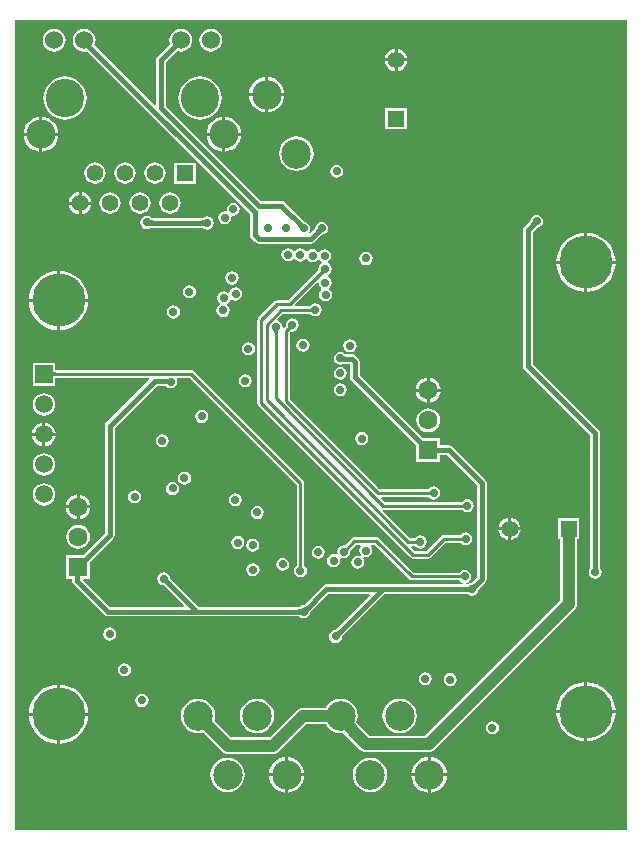
<source format=gbl>
G04*
G04 #@! TF.GenerationSoftware,Altium Limited,Altium Designer,20.0.13 (296)*
G04*
G04 Layer_Physical_Order=4*
G04 Layer_Color=16711680*
%FSLAX44Y44*%
%MOMM*%
G71*
G01*
G75*
%ADD15C,0.2540*%
%ADD80C,0.4000*%
%ADD82C,1.0000*%
%ADD83C,2.5000*%
%ADD84C,1.6000*%
%ADD85R,1.6000X1.6000*%
%ADD86C,4.5000*%
%ADD87C,1.4000*%
%ADD88R,1.4000X1.4000*%
%ADD89R,1.4000X1.4000*%
%ADD90C,3.2500*%
%ADD91C,2.4450*%
%ADD92C,1.5300*%
%ADD93C,1.3980*%
%ADD94R,1.3980X1.3980*%
%ADD95C,1.5000*%
%ADD96R,1.5000X1.5000*%
%ADD97C,0.8000*%
%ADD98C,0.7000*%
G36*
X521432Y3569D02*
X3569D01*
X3568Y689432D01*
X521431D01*
X521432Y3569D01*
D02*
G37*
%LPC*%
G36*
X169000Y681733D02*
X166481Y681402D01*
X164133Y680429D01*
X162118Y678882D01*
X160571Y676867D01*
X159598Y674519D01*
X159267Y672000D01*
X159598Y669481D01*
X160571Y667133D01*
X162118Y665117D01*
X164133Y663571D01*
X166481Y662598D01*
X169000Y662267D01*
X171519Y662598D01*
X173867Y663571D01*
X175882Y665117D01*
X177429Y667133D01*
X178402Y669481D01*
X178733Y672000D01*
X178402Y674519D01*
X177429Y676867D01*
X175882Y678882D01*
X173867Y680429D01*
X171519Y681402D01*
X169000Y681733D01*
D02*
G37*
G36*
X36500D02*
X33981Y681402D01*
X31633Y680429D01*
X29617Y678882D01*
X28071Y676867D01*
X27098Y674519D01*
X26767Y672000D01*
X27098Y669481D01*
X28071Y667133D01*
X29617Y665117D01*
X31633Y663571D01*
X33981Y662598D01*
X36500Y662267D01*
X39019Y662598D01*
X41366Y663571D01*
X43382Y665117D01*
X44929Y667133D01*
X45901Y669481D01*
X46233Y672000D01*
X45901Y674519D01*
X44929Y676867D01*
X43382Y678882D01*
X41366Y680429D01*
X39019Y681402D01*
X36500Y681733D01*
D02*
G37*
G36*
X327270Y664955D02*
Y656770D01*
X335455D01*
X335294Y657990D01*
X334333Y660311D01*
X332804Y662304D01*
X330811Y663833D01*
X328490Y664794D01*
X327270Y664955D01*
D02*
G37*
G36*
X324730D02*
X323509Y664794D01*
X321189Y663833D01*
X319196Y662304D01*
X317667Y660311D01*
X316705Y657990D01*
X316545Y656770D01*
X324730D01*
Y664955D01*
D02*
G37*
G36*
X335455Y654230D02*
X327270D01*
Y646045D01*
X328490Y646206D01*
X330811Y647167D01*
X332804Y648696D01*
X334333Y650689D01*
X335294Y653010D01*
X335455Y654230D01*
D02*
G37*
G36*
X324730D02*
X316545D01*
X316705Y653010D01*
X317667Y650689D01*
X319196Y648696D01*
X321189Y647167D01*
X323509Y646206D01*
X324730Y646045D01*
Y654230D01*
D02*
G37*
G36*
X217770Y640988D02*
Y627270D01*
X231488D01*
X231322Y628948D01*
X230462Y631783D01*
X229066Y634396D01*
X227186Y636686D01*
X224896Y638566D01*
X222283Y639962D01*
X219448Y640822D01*
X217770Y640988D01*
D02*
G37*
G36*
X215230D02*
X213552Y640822D01*
X210717Y639962D01*
X208104Y638566D01*
X205814Y636686D01*
X203934Y634396D01*
X202538Y631783D01*
X201678Y628948D01*
X201512Y627270D01*
X215230D01*
Y640988D01*
D02*
G37*
G36*
X143600Y681733D02*
X141081Y681402D01*
X138733Y680429D01*
X136718Y678882D01*
X135171Y676867D01*
X134198Y674519D01*
X133867Y672000D01*
X134198Y669481D01*
X134525Y668692D01*
X123866Y658034D01*
X122982Y656711D01*
X122672Y655150D01*
X122672Y655150D01*
Y617255D01*
X121498Y616769D01*
X70565Y667703D01*
X71301Y669481D01*
X71633Y672000D01*
X71301Y674519D01*
X70329Y676867D01*
X68782Y678882D01*
X66766Y680429D01*
X64419Y681402D01*
X61900Y681733D01*
X59381Y681402D01*
X57033Y680429D01*
X55017Y678882D01*
X53471Y676867D01*
X52498Y674519D01*
X52167Y672000D01*
X52498Y669481D01*
X53471Y667133D01*
X55017Y665117D01*
X57033Y663571D01*
X59381Y662598D01*
X61900Y662267D01*
X64167Y662565D01*
X202172Y524561D01*
Y507250D01*
X202172Y507250D01*
X202482Y505689D01*
X203366Y504366D01*
X206866Y500866D01*
X206866Y500866D01*
X208189Y499982D01*
X209750Y499672D01*
X209750Y499672D01*
X254000D01*
X254000Y499672D01*
X255560Y499982D01*
X256884Y500866D01*
X263007Y506990D01*
X263178Y507134D01*
X263261Y507194D01*
X265146Y507569D01*
X266965Y508785D01*
X268181Y510604D01*
X268608Y512750D01*
X268181Y514896D01*
X266965Y516715D01*
X265146Y517931D01*
X263000Y518358D01*
X260854Y517931D01*
X259035Y516715D01*
X257819Y514896D01*
X257444Y513011D01*
X257394Y512943D01*
X257183Y512700D01*
X253194Y508712D01*
X252208Y509522D01*
X252931Y510604D01*
X253358Y512750D01*
X252931Y514896D01*
X251715Y516715D01*
X249896Y517931D01*
X248011Y518306D01*
X247943Y518356D01*
X247700Y518567D01*
X231634Y534634D01*
X230311Y535518D01*
X228750Y535828D01*
X228750Y535828D01*
X211189D01*
X130828Y616189D01*
Y653461D01*
X140293Y662925D01*
X141081Y662598D01*
X143600Y662267D01*
X146119Y662598D01*
X148467Y663571D01*
X150482Y665117D01*
X152029Y667133D01*
X153001Y669481D01*
X153333Y672000D01*
X153001Y674519D01*
X152029Y676867D01*
X150482Y678882D01*
X148467Y680429D01*
X146119Y681402D01*
X143600Y681733D01*
D02*
G37*
G36*
X215230Y624730D02*
X201512D01*
X201678Y623052D01*
X202538Y620217D01*
X203934Y617604D01*
X205814Y615314D01*
X208104Y613434D01*
X210717Y612038D01*
X213552Y611178D01*
X215230Y611012D01*
Y624730D01*
D02*
G37*
G36*
X231488D02*
X217770D01*
Y611012D01*
X219448Y611178D01*
X222283Y612038D01*
X224896Y613434D01*
X227186Y615314D01*
X229066Y617604D01*
X230462Y620217D01*
X231322Y623052D01*
X231488Y624730D01*
D02*
G37*
G36*
X159900Y641339D02*
X156322Y640986D01*
X152882Y639943D01*
X149712Y638248D01*
X146933Y635967D01*
X144652Y633188D01*
X142958Y630018D01*
X141914Y626578D01*
X141562Y623000D01*
X141914Y619423D01*
X142958Y615983D01*
X144652Y612812D01*
X146933Y610033D01*
X149712Y607752D01*
X152882Y606058D01*
X156322Y605014D01*
X159900Y604662D01*
X163478Y605014D01*
X166918Y606058D01*
X170088Y607752D01*
X172867Y610033D01*
X175148Y612812D01*
X176842Y615983D01*
X177886Y619423D01*
X178238Y623000D01*
X177886Y626578D01*
X176842Y630018D01*
X175148Y633188D01*
X172867Y635967D01*
X170088Y638248D01*
X166918Y639943D01*
X163478Y640986D01*
X159900Y641339D01*
D02*
G37*
G36*
X45600D02*
X42023Y640986D01*
X38582Y639943D01*
X35412Y638248D01*
X32633Y635967D01*
X30352Y633188D01*
X28658Y630018D01*
X27614Y626578D01*
X27262Y623000D01*
X27614Y619423D01*
X28658Y615983D01*
X30352Y612812D01*
X32633Y610033D01*
X35412Y607752D01*
X38582Y606058D01*
X42023Y605014D01*
X45600Y604662D01*
X49178Y605014D01*
X52618Y606058D01*
X55788Y607752D01*
X58567Y610033D01*
X60848Y612812D01*
X62543Y615983D01*
X63586Y619423D01*
X63938Y623000D01*
X63586Y626578D01*
X62543Y630018D01*
X60848Y633188D01*
X58567Y635967D01*
X55788Y638248D01*
X52618Y639943D01*
X49178Y640986D01*
X45600Y641339D01*
D02*
G37*
G36*
X335000Y614500D02*
X317000D01*
Y596500D01*
X335000D01*
Y614500D01*
D02*
G37*
G36*
X181470Y607211D02*
Y593770D01*
X194911D01*
X194751Y595394D01*
X193907Y598178D01*
X192536Y600743D01*
X190691Y602991D01*
X188442Y604836D01*
X185877Y606207D01*
X183094Y607051D01*
X181470Y607211D01*
D02*
G37*
G36*
X26570D02*
Y593770D01*
X40011D01*
X39851Y595394D01*
X39007Y598178D01*
X37636Y600743D01*
X35791Y602991D01*
X33543Y604836D01*
X30978Y606207D01*
X28194Y607051D01*
X26570Y607211D01*
D02*
G37*
G36*
X24030D02*
X22406Y607051D01*
X19622Y606207D01*
X17057Y604836D01*
X14809Y602991D01*
X12964Y600743D01*
X11593Y598178D01*
X10749Y595394D01*
X10589Y593770D01*
X24030D01*
Y607211D01*
D02*
G37*
G36*
X178930D02*
X177305Y607051D01*
X174522Y606207D01*
X171957Y604836D01*
X169709Y602991D01*
X167864Y600743D01*
X166493Y598178D01*
X165648Y595394D01*
X165488Y593770D01*
X178930D01*
Y607211D01*
D02*
G37*
G36*
X194911Y591230D02*
X181470D01*
Y577789D01*
X183094Y577949D01*
X185877Y578793D01*
X188442Y580164D01*
X190691Y582009D01*
X192536Y584257D01*
X193907Y586822D01*
X194751Y589605D01*
X194911Y591230D01*
D02*
G37*
G36*
X40011D02*
X26570D01*
Y577789D01*
X28194Y577949D01*
X30978Y578793D01*
X33543Y580164D01*
X35791Y582009D01*
X37636Y584257D01*
X39007Y586822D01*
X39851Y589605D01*
X40011Y591230D01*
D02*
G37*
G36*
X178930D02*
X165488D01*
X165648Y589605D01*
X166493Y586822D01*
X167864Y584257D01*
X169709Y582009D01*
X171957Y580164D01*
X174522Y578793D01*
X177305Y577949D01*
X178930Y577789D01*
Y591230D01*
D02*
G37*
G36*
X24030D02*
X10589D01*
X10749Y589605D01*
X11593Y586822D01*
X12964Y584257D01*
X14809Y582009D01*
X17057Y580164D01*
X19622Y578793D01*
X22406Y577949D01*
X24030Y577789D01*
Y591230D01*
D02*
G37*
G36*
X241500Y590625D02*
X237715Y590127D01*
X234187Y588666D01*
X231159Y586342D01*
X228834Y583312D01*
X227373Y579785D01*
X226875Y576000D01*
X227373Y572215D01*
X228834Y568687D01*
X231159Y565658D01*
X234187Y563334D01*
X237715Y561873D01*
X241500Y561375D01*
X245285Y561873D01*
X248813Y563334D01*
X251842Y565658D01*
X254166Y568687D01*
X255627Y572215D01*
X256125Y576000D01*
X255627Y579785D01*
X254166Y583312D01*
X251842Y586342D01*
X248813Y588666D01*
X245285Y590127D01*
X241500Y590625D01*
D02*
G37*
G36*
X275750Y566608D02*
X273604Y566181D01*
X271785Y564965D01*
X270569Y563146D01*
X270142Y561000D01*
X270569Y558854D01*
X271785Y557035D01*
X273604Y555819D01*
X275750Y555392D01*
X277896Y555819D01*
X279715Y557035D01*
X280931Y558854D01*
X281358Y561000D01*
X280931Y563146D01*
X279715Y564965D01*
X277896Y566181D01*
X275750Y566608D01*
D02*
G37*
G36*
X156240Y568490D02*
X138260D01*
Y550510D01*
X156240D01*
Y568490D01*
D02*
G37*
G36*
X121850Y568568D02*
X119503Y568259D01*
X117316Y567353D01*
X115438Y565912D01*
X113997Y564034D01*
X113091Y561847D01*
X112782Y559500D01*
X113091Y557153D01*
X113997Y554966D01*
X115438Y553088D01*
X117316Y551647D01*
X119503Y550742D01*
X121850Y550433D01*
X124197Y550742D01*
X126384Y551647D01*
X128262Y553088D01*
X129703Y554966D01*
X130609Y557153D01*
X130918Y559500D01*
X130609Y561847D01*
X129703Y564034D01*
X128262Y565912D01*
X126384Y567353D01*
X124197Y568259D01*
X121850Y568568D01*
D02*
G37*
G36*
X96450D02*
X94103Y568259D01*
X91916Y567353D01*
X90038Y565912D01*
X88597Y564034D01*
X87691Y561847D01*
X87382Y559500D01*
X87691Y557153D01*
X88597Y554966D01*
X90038Y553088D01*
X91916Y551647D01*
X94103Y550742D01*
X96450Y550433D01*
X98797Y550742D01*
X100984Y551647D01*
X102862Y553088D01*
X104303Y554966D01*
X105209Y557153D01*
X105518Y559500D01*
X105209Y561847D01*
X104303Y564034D01*
X102862Y565912D01*
X100984Y567353D01*
X98797Y568259D01*
X96450Y568568D01*
D02*
G37*
G36*
X71050D02*
X68703Y568259D01*
X66516Y567353D01*
X64638Y565912D01*
X63197Y564034D01*
X62291Y561847D01*
X61982Y559500D01*
X62291Y557153D01*
X63197Y554966D01*
X64638Y553088D01*
X66516Y551647D01*
X68703Y550742D01*
X71050Y550433D01*
X73397Y550742D01*
X75584Y551647D01*
X77462Y553088D01*
X78903Y554966D01*
X79809Y557153D01*
X80118Y559500D01*
X79809Y561847D01*
X78903Y564034D01*
X77462Y565912D01*
X75584Y567353D01*
X73397Y568259D01*
X71050Y568568D01*
D02*
G37*
G36*
X59620Y543545D02*
Y535370D01*
X67795D01*
X67635Y536588D01*
X66674Y538906D01*
X65147Y540897D01*
X63156Y542425D01*
X60838Y543385D01*
X59620Y543545D01*
D02*
G37*
G36*
X57080D02*
X55862Y543385D01*
X53544Y542425D01*
X51553Y540897D01*
X50026Y538906D01*
X49065Y536588D01*
X48905Y535370D01*
X57080D01*
Y543545D01*
D02*
G37*
G36*
X188071Y534429D02*
X185925Y534002D01*
X184106Y532786D01*
X182890Y530967D01*
X182463Y528821D01*
X182604Y528116D01*
X181706Y527218D01*
X181000Y527358D01*
X178854Y526931D01*
X177035Y525715D01*
X175819Y523896D01*
X175392Y521750D01*
X175819Y519604D01*
X177035Y517785D01*
X178854Y516569D01*
X181000Y516143D01*
X183146Y516569D01*
X184965Y517785D01*
X186181Y519604D01*
X186608Y521750D01*
X186467Y522456D01*
X187365Y523354D01*
X188071Y523213D01*
X190217Y523640D01*
X192036Y524856D01*
X193252Y526675D01*
X193679Y528821D01*
X193252Y530967D01*
X192036Y532786D01*
X190217Y534002D01*
X188071Y534429D01*
D02*
G37*
G36*
X134550Y543168D02*
X132203Y542859D01*
X130016Y541953D01*
X128138Y540512D01*
X126697Y538634D01*
X125791Y536447D01*
X125482Y534100D01*
X125791Y531753D01*
X126697Y529566D01*
X128138Y527688D01*
X130016Y526247D01*
X132203Y525342D01*
X134550Y525033D01*
X136897Y525342D01*
X139084Y526247D01*
X140962Y527688D01*
X142403Y529566D01*
X143308Y531753D01*
X143617Y534100D01*
X143308Y536447D01*
X142403Y538634D01*
X140962Y540512D01*
X139084Y541953D01*
X136897Y542859D01*
X134550Y543168D01*
D02*
G37*
G36*
X109150D02*
X106803Y542859D01*
X104616Y541953D01*
X102738Y540512D01*
X101297Y538634D01*
X100391Y536447D01*
X100082Y534100D01*
X100391Y531753D01*
X101297Y529566D01*
X102738Y527688D01*
X104616Y526247D01*
X106803Y525342D01*
X109150Y525033D01*
X111497Y525342D01*
X113684Y526247D01*
X115562Y527688D01*
X117003Y529566D01*
X117908Y531753D01*
X118217Y534100D01*
X117908Y536447D01*
X117003Y538634D01*
X115562Y540512D01*
X113684Y541953D01*
X111497Y542859D01*
X109150Y543168D01*
D02*
G37*
G36*
X83750D02*
X81403Y542859D01*
X79216Y541953D01*
X77338Y540512D01*
X75897Y538634D01*
X74991Y536447D01*
X74682Y534100D01*
X74991Y531753D01*
X75897Y529566D01*
X77338Y527688D01*
X79216Y526247D01*
X81403Y525342D01*
X83750Y525033D01*
X86097Y525342D01*
X88284Y526247D01*
X90162Y527688D01*
X91603Y529566D01*
X92508Y531753D01*
X92817Y534100D01*
X92508Y536447D01*
X91603Y538634D01*
X90162Y540512D01*
X88284Y541953D01*
X86097Y542859D01*
X83750Y543168D01*
D02*
G37*
G36*
X67795Y532830D02*
X59620D01*
Y524655D01*
X60838Y524815D01*
X63156Y525776D01*
X65147Y527303D01*
X66674Y529294D01*
X67635Y531612D01*
X67795Y532830D01*
D02*
G37*
G36*
X57080D02*
X48905D01*
X49065Y531612D01*
X50026Y529294D01*
X51553Y527303D01*
X53544Y525776D01*
X55862Y524815D01*
X57080Y524655D01*
Y532830D01*
D02*
G37*
G36*
X115000Y523358D02*
X112854Y522931D01*
X111035Y521716D01*
X109819Y519896D01*
X109392Y517750D01*
X109819Y515604D01*
X111035Y513785D01*
X112854Y512569D01*
X115000Y512142D01*
X117146Y512569D01*
X118347Y513372D01*
X118397Y513381D01*
X118968Y513422D01*
X161758D01*
X161933Y513400D01*
X161961Y513395D01*
X162035Y513285D01*
X163854Y512069D01*
X166000Y511642D01*
X168146Y512069D01*
X169965Y513285D01*
X171181Y515104D01*
X171608Y517250D01*
X171181Y519396D01*
X169965Y521215D01*
X168146Y522431D01*
X166000Y522858D01*
X163854Y522431D01*
X162653Y521628D01*
X162604Y521619D01*
X162032Y521578D01*
X119242D01*
X119067Y521600D01*
X119039Y521605D01*
X118965Y521716D01*
X117146Y522931D01*
X115000Y523358D01*
D02*
G37*
G36*
X488020Y509036D02*
Y485270D01*
X511786D01*
X511428Y488909D01*
X509996Y493629D01*
X507671Y497979D01*
X504542Y501792D01*
X500729Y504921D01*
X496379Y507246D01*
X491659Y508678D01*
X488020Y509036D01*
D02*
G37*
G36*
X485480D02*
X481841Y508678D01*
X477121Y507246D01*
X472771Y504921D01*
X468958Y501792D01*
X465829Y497979D01*
X463504Y493629D01*
X462072Y488909D01*
X461714Y485270D01*
X485480D01*
Y509036D01*
D02*
G37*
G36*
X300500Y492858D02*
X298354Y492431D01*
X296535Y491215D01*
X295319Y489396D01*
X294892Y487250D01*
X295319Y485104D01*
X296535Y483285D01*
X298354Y482069D01*
X300500Y481642D01*
X302646Y482069D01*
X304465Y483285D01*
X305681Y485104D01*
X306108Y487250D01*
X305681Y489396D01*
X304465Y491215D01*
X302646Y492431D01*
X300500Y492858D01*
D02*
G37*
G36*
X187020Y476378D02*
X184874Y475951D01*
X183055Y474735D01*
X181839Y472916D01*
X181412Y470770D01*
X181839Y468624D01*
X183055Y466805D01*
X184874Y465589D01*
X187020Y465162D01*
X189166Y465589D01*
X190985Y466805D01*
X192201Y468624D01*
X192628Y470770D01*
X192201Y472916D01*
X190985Y474735D01*
X189166Y475951D01*
X187020Y476378D01*
D02*
G37*
G36*
X511786Y482730D02*
X488020D01*
Y458964D01*
X491659Y459323D01*
X496379Y460754D01*
X500729Y463079D01*
X504542Y466209D01*
X507671Y470022D01*
X509996Y474371D01*
X511428Y479091D01*
X511786Y482730D01*
D02*
G37*
G36*
X485480D02*
X461714D01*
X462072Y479091D01*
X463504Y474371D01*
X465829Y470022D01*
X468958Y466209D01*
X472771Y463079D01*
X477121Y460754D01*
X481841Y459323D01*
X485480Y458964D01*
Y482730D01*
D02*
G37*
G36*
X190250Y462838D02*
X188104Y462411D01*
X186285Y461195D01*
X185069Y459376D01*
X184942Y458739D01*
X183534Y458170D01*
X182396Y458931D01*
X180250Y459358D01*
X178104Y458931D01*
X176285Y457715D01*
X175069Y455896D01*
X174642Y453750D01*
X175069Y451604D01*
X176285Y449785D01*
X176712Y449499D01*
X176689Y447987D01*
X175535Y447215D01*
X174319Y445396D01*
X173892Y443250D01*
X174319Y441104D01*
X175535Y439285D01*
X177354Y438069D01*
X179500Y437642D01*
X181646Y438069D01*
X183465Y439285D01*
X184681Y441104D01*
X185108Y443250D01*
X184681Y445396D01*
X183465Y447215D01*
X183038Y447501D01*
X183060Y449013D01*
X184215Y449785D01*
X185431Y451604D01*
X185557Y452241D01*
X186966Y452810D01*
X188104Y452049D01*
X190250Y451622D01*
X192396Y452049D01*
X194215Y453265D01*
X195431Y455084D01*
X195858Y457230D01*
X195431Y459376D01*
X194215Y461195D01*
X192396Y462411D01*
X190250Y462838D01*
D02*
G37*
G36*
X151000Y464608D02*
X148854Y464181D01*
X147035Y462965D01*
X145819Y461146D01*
X145392Y459000D01*
X145819Y456854D01*
X147035Y455035D01*
X148854Y453819D01*
X151000Y453392D01*
X153146Y453819D01*
X154965Y455035D01*
X156181Y456854D01*
X156608Y459000D01*
X156181Y461146D01*
X154965Y462965D01*
X153146Y464181D01*
X151000Y464608D01*
D02*
G37*
G36*
X41520Y476786D02*
Y453020D01*
X65286D01*
X64928Y456659D01*
X63496Y461379D01*
X61171Y465729D01*
X58042Y469542D01*
X54229Y472671D01*
X49879Y474996D01*
X45159Y476428D01*
X41520Y476786D01*
D02*
G37*
G36*
X38980D02*
X35341Y476428D01*
X30621Y474996D01*
X26271Y472671D01*
X22458Y469542D01*
X19329Y465729D01*
X17004Y461379D01*
X15572Y456659D01*
X15214Y453020D01*
X38980D01*
Y476786D01*
D02*
G37*
G36*
X234500Y496108D02*
X232354Y495681D01*
X230535Y494465D01*
X229319Y492646D01*
X228892Y490500D01*
X229319Y488354D01*
X230535Y486535D01*
X232354Y485319D01*
X234500Y484892D01*
X236646Y485319D01*
X238465Y486535D01*
X238903Y487189D01*
X240430D01*
X241035Y486285D01*
X242854Y485069D01*
X245000Y484642D01*
X247146Y485069D01*
X248965Y486285D01*
X249194Y486628D01*
X250721D01*
X251285Y485784D01*
X253104Y484569D01*
X255250Y484142D01*
X257396Y484569D01*
X259216Y485784D01*
X259528Y486252D01*
X261055D01*
X261535Y485535D01*
X263056Y484518D01*
X263163Y483436D01*
X263088Y483086D01*
X261785Y482215D01*
X260569Y480396D01*
X260142Y478250D01*
X260290Y477506D01*
X234619Y451834D01*
X225250D01*
X223974Y451580D01*
X222892Y450858D01*
X209393Y437358D01*
X208670Y436276D01*
X208416Y435000D01*
Y365250D01*
X208670Y363974D01*
X209393Y362892D01*
X338143Y234142D01*
X339224Y233420D01*
X340500Y233166D01*
X353250D01*
X354526Y233420D01*
X355607Y234142D01*
X368131Y246666D01*
X380613D01*
X381035Y246035D01*
X382854Y244819D01*
X385000Y244392D01*
X387146Y244819D01*
X388965Y246035D01*
X390181Y247854D01*
X390608Y250000D01*
X390181Y252146D01*
X388965Y253965D01*
X387146Y255181D01*
X385000Y255608D01*
X382854Y255181D01*
X381035Y253965D01*
X380613Y253334D01*
X366750D01*
X365474Y253080D01*
X364392Y252358D01*
X351869Y239834D01*
X341881D01*
X338972Y242743D01*
X339459Y243916D01*
X342113D01*
X342535Y243285D01*
X344354Y242069D01*
X346500Y241642D01*
X348646Y242069D01*
X350465Y243285D01*
X351681Y245104D01*
X352108Y247250D01*
X351681Y249396D01*
X350465Y251215D01*
X348646Y252431D01*
X346500Y252858D01*
X344354Y252431D01*
X342535Y251215D01*
X342113Y250584D01*
X337551D01*
X314693Y273442D01*
X314701Y273510D01*
X315266Y274666D01*
X381863D01*
X382285Y274035D01*
X384104Y272819D01*
X386250Y272392D01*
X388396Y272819D01*
X390215Y274035D01*
X391431Y275854D01*
X391858Y278000D01*
X391431Y280146D01*
X390215Y281965D01*
X388396Y283181D01*
X386250Y283608D01*
X384104Y283181D01*
X382285Y281965D01*
X381863Y281334D01*
X316210D01*
X313302Y284243D01*
X313788Y285416D01*
X353363D01*
X353785Y284785D01*
X355604Y283569D01*
X357750Y283142D01*
X359896Y283569D01*
X361715Y284785D01*
X362931Y286604D01*
X363358Y288750D01*
X362931Y290896D01*
X361715Y292715D01*
X359896Y293931D01*
X357750Y294358D01*
X355604Y293931D01*
X353785Y292715D01*
X353363Y292084D01*
X311881D01*
X236084Y367881D01*
Y424369D01*
X237255Y425540D01*
X238000Y425392D01*
X240146Y425819D01*
X241965Y427035D01*
X243181Y428854D01*
X243608Y431000D01*
X243181Y433146D01*
X241965Y434965D01*
X240146Y436181D01*
X238000Y436608D01*
X235854Y436181D01*
X234035Y434965D01*
X232819Y433146D01*
X232392Y431000D01*
X232540Y430255D01*
X230746Y428461D01*
X229575Y429086D01*
X229608Y429250D01*
X229181Y431396D01*
X227965Y433215D01*
X226146Y434431D01*
X225799Y434500D01*
X225430Y435715D01*
X230131Y440416D01*
X253113D01*
X253535Y439785D01*
X255354Y438569D01*
X257500Y438142D01*
X259646Y438569D01*
X261465Y439785D01*
X262681Y441604D01*
X263108Y443750D01*
X262681Y445896D01*
X261465Y447715D01*
X259646Y448931D01*
X257500Y449358D01*
X255354Y448931D01*
X253535Y447715D01*
X253113Y447084D01*
X240958D01*
X240472Y448257D01*
X259253Y467038D01*
X260453Y466442D01*
X260819Y464604D01*
X262035Y462785D01*
X262752Y462305D01*
Y460778D01*
X262285Y460465D01*
X261069Y458646D01*
X260642Y456500D01*
X261069Y454354D01*
X262285Y452535D01*
X264104Y451319D01*
X266250Y450892D01*
X268396Y451319D01*
X270215Y452535D01*
X271431Y454354D01*
X271858Y456500D01*
X271431Y458646D01*
X270215Y460465D01*
X269498Y460945D01*
Y462472D01*
X269965Y462785D01*
X271181Y464604D01*
X271608Y466750D01*
X271181Y468896D01*
X269965Y470715D01*
X268225Y471878D01*
X268144Y472173D01*
X268134Y473228D01*
X269715Y474285D01*
X270931Y476104D01*
X271358Y478250D01*
X270931Y480396D01*
X269715Y482215D01*
X268194Y483232D01*
X268087Y484314D01*
X268163Y484664D01*
X269465Y485535D01*
X270681Y487354D01*
X271108Y489500D01*
X270681Y491646D01*
X269465Y493465D01*
X267646Y494681D01*
X265500Y495108D01*
X263354Y494681D01*
X261535Y493465D01*
X261222Y492998D01*
X259695D01*
X259216Y493715D01*
X257396Y494931D01*
X255250Y495358D01*
X253104Y494931D01*
X251285Y493715D01*
X251056Y493372D01*
X249528D01*
X248965Y494215D01*
X247146Y495431D01*
X245000Y495858D01*
X242854Y495431D01*
X241035Y494215D01*
X240597Y493561D01*
X239070D01*
X238465Y494465D01*
X236646Y495681D01*
X234500Y496108D01*
D02*
G37*
G36*
X137500Y447608D02*
X135354Y447181D01*
X133535Y445965D01*
X132319Y444146D01*
X131892Y442000D01*
X132319Y439854D01*
X133535Y438035D01*
X135354Y436819D01*
X137500Y436392D01*
X139646Y436819D01*
X141465Y438035D01*
X142681Y439854D01*
X143108Y442000D01*
X142681Y444146D01*
X141465Y445965D01*
X139646Y447181D01*
X137500Y447608D01*
D02*
G37*
G36*
X65286Y450480D02*
X41520D01*
Y426714D01*
X45159Y427072D01*
X49879Y428504D01*
X54229Y430829D01*
X58042Y433958D01*
X61171Y437771D01*
X63496Y442121D01*
X64928Y446841D01*
X65286Y450480D01*
D02*
G37*
G36*
X38980D02*
X15214D01*
X15572Y446841D01*
X17004Y442121D01*
X19329Y437771D01*
X22458Y433958D01*
X26271Y430829D01*
X30621Y428504D01*
X35341Y427072D01*
X38980Y426714D01*
Y450480D01*
D02*
G37*
G36*
X247250Y419358D02*
X245104Y418931D01*
X243285Y417715D01*
X242069Y415896D01*
X241642Y413750D01*
X242069Y411604D01*
X243285Y409785D01*
X245104Y408569D01*
X247250Y408142D01*
X249396Y408569D01*
X251215Y409785D01*
X252431Y411604D01*
X252858Y413750D01*
X252431Y415896D01*
X251215Y417715D01*
X249396Y418931D01*
X247250Y419358D01*
D02*
G37*
G36*
X287000Y418858D02*
X284854Y418431D01*
X283035Y417215D01*
X281819Y415396D01*
X281392Y413250D01*
X281819Y411104D01*
X283035Y409285D01*
X284854Y408069D01*
X287000Y407642D01*
X289146Y408069D01*
X290965Y409285D01*
X292181Y411104D01*
X292608Y413250D01*
X292181Y415396D01*
X290965Y417215D01*
X289146Y418431D01*
X287000Y418858D01*
D02*
G37*
G36*
X201000Y416358D02*
X198854Y415931D01*
X197035Y414715D01*
X195819Y412896D01*
X195392Y410750D01*
X195819Y408604D01*
X197035Y406785D01*
X198854Y405569D01*
X201000Y405142D01*
X203146Y405569D01*
X204965Y406785D01*
X206181Y408604D01*
X206608Y410750D01*
X206181Y412896D01*
X204965Y414715D01*
X203146Y415931D01*
X201000Y416358D01*
D02*
G37*
G36*
X278750Y395608D02*
X276604Y395181D01*
X274785Y393965D01*
X273569Y392146D01*
X273142Y390000D01*
X273569Y387854D01*
X274785Y386035D01*
X276604Y384819D01*
X278750Y384392D01*
X280896Y384819D01*
X282715Y386035D01*
X283931Y387854D01*
X284358Y390000D01*
X283931Y392146D01*
X282715Y393965D01*
X280896Y395181D01*
X278750Y395608D01*
D02*
G37*
G36*
X198250Y389358D02*
X196104Y388931D01*
X194285Y387715D01*
X193069Y385896D01*
X192642Y383750D01*
X193069Y381604D01*
X194285Y379785D01*
X196104Y378569D01*
X198250Y378142D01*
X200396Y378569D01*
X202215Y379785D01*
X203431Y381604D01*
X203858Y383750D01*
X203431Y385896D01*
X202215Y387715D01*
X200396Y388931D01*
X198250Y389358D01*
D02*
G37*
G36*
X354520Y386114D02*
Y376920D01*
X363714D01*
X363519Y378401D01*
X362457Y380965D01*
X360767Y383167D01*
X358565Y384857D01*
X356002Y385919D01*
X354520Y386114D01*
D02*
G37*
G36*
X351980D02*
X350499Y385919D01*
X347934Y384857D01*
X345733Y383167D01*
X344043Y380965D01*
X342981Y378401D01*
X342786Y376920D01*
X351980D01*
Y386114D01*
D02*
G37*
G36*
X278750Y381608D02*
X276604Y381181D01*
X274785Y379965D01*
X273569Y378146D01*
X273142Y376000D01*
X273569Y373854D01*
X274785Y372035D01*
X276604Y370819D01*
X278750Y370392D01*
X280896Y370819D01*
X282715Y372035D01*
X283931Y373854D01*
X284358Y376000D01*
X283931Y378146D01*
X282715Y379965D01*
X280896Y381181D01*
X278750Y381608D01*
D02*
G37*
G36*
X363714Y374380D02*
X354520D01*
Y365186D01*
X356002Y365381D01*
X358565Y366443D01*
X360767Y368133D01*
X362457Y370335D01*
X363519Y372898D01*
X363714Y374380D01*
D02*
G37*
G36*
X351980D02*
X342786D01*
X342981Y372898D01*
X344043Y370335D01*
X345733Y368133D01*
X347934Y366443D01*
X350499Y365381D01*
X351980Y365186D01*
Y374380D01*
D02*
G37*
G36*
X27750Y373232D02*
X25270Y372906D01*
X22959Y371948D01*
X20975Y370425D01*
X19452Y368441D01*
X18494Y366130D01*
X18168Y363650D01*
X18494Y361170D01*
X19452Y358859D01*
X20975Y356875D01*
X22959Y355352D01*
X25270Y354394D01*
X27750Y354068D01*
X30230Y354394D01*
X32541Y355352D01*
X34525Y356875D01*
X36048Y358859D01*
X37005Y361170D01*
X37332Y363650D01*
X37005Y366130D01*
X36048Y368441D01*
X34525Y370425D01*
X32541Y371948D01*
X30230Y372906D01*
X27750Y373232D01*
D02*
G37*
G36*
X161500Y359108D02*
X159354Y358681D01*
X157535Y357465D01*
X156319Y355646D01*
X155892Y353500D01*
X156319Y351354D01*
X157535Y349535D01*
X159354Y348319D01*
X161500Y347892D01*
X163646Y348319D01*
X165465Y349535D01*
X166681Y351354D01*
X167108Y353500D01*
X166681Y355646D01*
X165465Y357465D01*
X163646Y358681D01*
X161500Y359108D01*
D02*
G37*
G36*
X353250Y360336D02*
X350639Y359992D01*
X348207Y358985D01*
X346118Y357382D01*
X344515Y355293D01*
X343507Y352860D01*
X343164Y350250D01*
X343507Y347639D01*
X344515Y345207D01*
X346118Y343118D01*
X348207Y341515D01*
X350639Y340507D01*
X353250Y340164D01*
X355860Y340507D01*
X358293Y341515D01*
X360382Y343118D01*
X361985Y345207D01*
X362993Y347639D01*
X363336Y350250D01*
X362993Y352860D01*
X361985Y355293D01*
X360382Y357382D01*
X358293Y358985D01*
X355860Y359992D01*
X353250Y360336D01*
D02*
G37*
G36*
X29020Y348209D02*
Y339520D01*
X37709D01*
X37531Y340871D01*
X36520Y343313D01*
X34911Y345411D01*
X32813Y347020D01*
X30371Y348032D01*
X29020Y348209D01*
D02*
G37*
G36*
X26480D02*
X25129Y348032D01*
X22687Y347020D01*
X20589Y345411D01*
X18980Y343313D01*
X17968Y340871D01*
X17790Y339520D01*
X26480D01*
Y348209D01*
D02*
G37*
G36*
X297000Y340358D02*
X294854Y339931D01*
X293035Y338715D01*
X291819Y336896D01*
X291392Y334750D01*
X291819Y332604D01*
X293035Y330785D01*
X294854Y329569D01*
X297000Y329142D01*
X299146Y329569D01*
X300965Y330785D01*
X302181Y332604D01*
X302608Y334750D01*
X302181Y336896D01*
X300965Y338715D01*
X299146Y339931D01*
X297000Y340358D01*
D02*
G37*
G36*
X37709Y336980D02*
X29020D01*
Y328291D01*
X30371Y328468D01*
X32813Y329480D01*
X34911Y331089D01*
X36520Y333187D01*
X37531Y335629D01*
X37709Y336980D01*
D02*
G37*
G36*
X26480D02*
X17790D01*
X17968Y335629D01*
X18980Y333187D01*
X20589Y331089D01*
X22687Y329480D01*
X25129Y328468D01*
X26480Y328291D01*
Y336980D01*
D02*
G37*
G36*
X128000Y338608D02*
X125854Y338181D01*
X124035Y336965D01*
X122819Y335146D01*
X122392Y333000D01*
X122819Y330854D01*
X124035Y329035D01*
X125854Y327819D01*
X128000Y327392D01*
X130146Y327819D01*
X131965Y329035D01*
X133181Y330854D01*
X133608Y333000D01*
X133181Y335146D01*
X131965Y336965D01*
X130146Y338181D01*
X128000Y338608D01*
D02*
G37*
G36*
X27750Y322432D02*
X25270Y322105D01*
X22959Y321148D01*
X20975Y319625D01*
X19452Y317641D01*
X18494Y315330D01*
X18168Y312850D01*
X18494Y310370D01*
X19452Y308059D01*
X20975Y306075D01*
X22959Y304552D01*
X25270Y303594D01*
X27750Y303268D01*
X30230Y303594D01*
X32541Y304552D01*
X34525Y306075D01*
X36048Y308059D01*
X37005Y310370D01*
X37332Y312850D01*
X37005Y315330D01*
X36048Y317641D01*
X34525Y319625D01*
X32541Y321148D01*
X30230Y322105D01*
X27750Y322432D01*
D02*
G37*
G36*
X146750Y306858D02*
X144604Y306431D01*
X142785Y305215D01*
X141569Y303396D01*
X141142Y301250D01*
X141569Y299104D01*
X142785Y297285D01*
X144604Y296069D01*
X146750Y295642D01*
X148896Y296069D01*
X150715Y297285D01*
X151931Y299104D01*
X152358Y301250D01*
X151931Y303396D01*
X150715Y305215D01*
X148896Y306431D01*
X146750Y306858D01*
D02*
G37*
G36*
X136750Y298108D02*
X134604Y297681D01*
X132785Y296465D01*
X131569Y294646D01*
X131142Y292500D01*
X131569Y290354D01*
X132785Y288535D01*
X134604Y287319D01*
X136750Y286892D01*
X138896Y287319D01*
X140715Y288535D01*
X141931Y290354D01*
X142358Y292500D01*
X141931Y294646D01*
X140715Y296465D01*
X138896Y297681D01*
X136750Y298108D01*
D02*
G37*
G36*
X104500Y291108D02*
X102354Y290681D01*
X100535Y289465D01*
X99319Y287646D01*
X98892Y285500D01*
X99319Y283354D01*
X100535Y281535D01*
X102354Y280319D01*
X104500Y279892D01*
X106646Y280319D01*
X108465Y281535D01*
X109681Y283354D01*
X110108Y285500D01*
X109681Y287646D01*
X108465Y289465D01*
X106646Y290681D01*
X104500Y291108D01*
D02*
G37*
G36*
X58020Y287464D02*
Y278270D01*
X67214D01*
X67019Y279751D01*
X65957Y282315D01*
X64267Y284517D01*
X62066Y286207D01*
X59502Y287269D01*
X58020Y287464D01*
D02*
G37*
G36*
X55480D02*
X53999Y287269D01*
X51435Y286207D01*
X49233Y284517D01*
X47544Y282315D01*
X46481Y279751D01*
X46286Y278270D01*
X55480D01*
Y287464D01*
D02*
G37*
G36*
X27750Y297032D02*
X25270Y296705D01*
X22959Y295748D01*
X20975Y294225D01*
X19452Y292241D01*
X18494Y289930D01*
X18168Y287450D01*
X18494Y284970D01*
X19452Y282659D01*
X20975Y280674D01*
X22959Y279152D01*
X25270Y278195D01*
X27750Y277868D01*
X30230Y278195D01*
X32541Y279152D01*
X34525Y280674D01*
X36048Y282659D01*
X37005Y284970D01*
X37332Y287450D01*
X37005Y289930D01*
X36048Y292241D01*
X34525Y294225D01*
X32541Y295748D01*
X30230Y296705D01*
X27750Y297032D01*
D02*
G37*
G36*
X189750Y288608D02*
X187604Y288181D01*
X185785Y286965D01*
X184569Y285146D01*
X184142Y283000D01*
X184569Y280854D01*
X185785Y279035D01*
X187604Y277819D01*
X189750Y277392D01*
X191896Y277819D01*
X193715Y279035D01*
X194931Y280854D01*
X195358Y283000D01*
X194931Y285146D01*
X193715Y286965D01*
X191896Y288181D01*
X189750Y288608D01*
D02*
G37*
G36*
X208500Y277858D02*
X206354Y277431D01*
X204535Y276215D01*
X203319Y274396D01*
X202892Y272250D01*
X203319Y270104D01*
X204535Y268285D01*
X206354Y267069D01*
X208500Y266642D01*
X210646Y267069D01*
X212465Y268285D01*
X213681Y270104D01*
X214108Y272250D01*
X213681Y274396D01*
X212465Y276215D01*
X210646Y277431D01*
X208500Y277858D01*
D02*
G37*
G36*
X67214Y275730D02*
X58020D01*
Y266536D01*
X59502Y266731D01*
X62066Y267793D01*
X64267Y269483D01*
X65957Y271684D01*
X67019Y274248D01*
X67214Y275730D01*
D02*
G37*
G36*
X55480D02*
X46286D01*
X46481Y274248D01*
X47544Y271684D01*
X49233Y269483D01*
X51435Y267793D01*
X53999Y266731D01*
X55480Y266536D01*
Y275730D01*
D02*
G37*
G36*
X423270Y267955D02*
Y259770D01*
X431455D01*
X431295Y260991D01*
X430333Y263311D01*
X428804Y265304D01*
X426811Y266833D01*
X424491Y267794D01*
X423270Y267955D01*
D02*
G37*
G36*
X420730D02*
X419510Y267794D01*
X417189Y266833D01*
X415196Y265304D01*
X413667Y263311D01*
X412706Y260991D01*
X412545Y259770D01*
X420730D01*
Y267955D01*
D02*
G37*
G36*
X431455Y257230D02*
X423270D01*
Y249045D01*
X424491Y249206D01*
X426811Y250167D01*
X428804Y251696D01*
X430333Y253689D01*
X431295Y256010D01*
X431455Y257230D01*
D02*
G37*
G36*
X420730D02*
X412545D01*
X412706Y256010D01*
X413667Y253689D01*
X415196Y251696D01*
X417189Y250167D01*
X419510Y249206D01*
X420730Y249045D01*
Y257230D01*
D02*
G37*
G36*
X56750Y261686D02*
X54140Y261343D01*
X51707Y260335D01*
X49618Y258732D01*
X48015Y256643D01*
X47008Y254210D01*
X46664Y251600D01*
X47008Y248989D01*
X48015Y246557D01*
X49618Y244468D01*
X51707Y242865D01*
X54140Y241857D01*
X56750Y241514D01*
X59361Y241857D01*
X61793Y242865D01*
X63882Y244468D01*
X65485Y246557D01*
X66493Y248989D01*
X66837Y251600D01*
X66493Y254210D01*
X65485Y256643D01*
X63882Y258732D01*
X61793Y260335D01*
X59361Y261343D01*
X56750Y261686D01*
D02*
G37*
G36*
X192000Y252358D02*
X189854Y251931D01*
X188035Y250715D01*
X186819Y248896D01*
X186392Y246750D01*
X186819Y244604D01*
X188035Y242785D01*
X189854Y241569D01*
X192000Y241142D01*
X194146Y241569D01*
X195965Y242785D01*
X197181Y244604D01*
X197608Y246750D01*
X197181Y248896D01*
X195965Y250715D01*
X194146Y251931D01*
X192000Y252358D01*
D02*
G37*
G36*
X204500Y250108D02*
X202354Y249681D01*
X200535Y248465D01*
X199319Y246646D01*
X198892Y244500D01*
X199319Y242354D01*
X200535Y240535D01*
X202354Y239319D01*
X204500Y238892D01*
X206646Y239319D01*
X208465Y240535D01*
X209681Y242354D01*
X210108Y244500D01*
X209681Y246646D01*
X208465Y248465D01*
X206646Y249681D01*
X204500Y250108D01*
D02*
G37*
G36*
X260037Y244145D02*
X257891Y243718D01*
X256072Y242502D01*
X254856Y240683D01*
X254429Y238537D01*
X254856Y236391D01*
X256072Y234572D01*
X257891Y233356D01*
X260037Y232929D01*
X262183Y233356D01*
X264002Y234572D01*
X265218Y236391D01*
X265645Y238537D01*
X265218Y240683D01*
X264002Y242502D01*
X262183Y243718D01*
X260037Y244145D01*
D02*
G37*
G36*
X230000Y233858D02*
X227854Y233431D01*
X226035Y232215D01*
X224819Y230396D01*
X224392Y228250D01*
X224819Y226104D01*
X226035Y224285D01*
X227854Y223069D01*
X230000Y222642D01*
X232146Y223069D01*
X233965Y224285D01*
X235181Y226104D01*
X235608Y228250D01*
X235181Y230396D01*
X233965Y232215D01*
X232146Y233431D01*
X230000Y233858D01*
D02*
G37*
G36*
X204750Y229358D02*
X202604Y228931D01*
X200785Y227715D01*
X199569Y225896D01*
X199142Y223750D01*
X199569Y221604D01*
X200785Y219785D01*
X202604Y218569D01*
X204750Y218142D01*
X206896Y218569D01*
X208715Y219785D01*
X209931Y221604D01*
X210358Y223750D01*
X209931Y225896D01*
X208715Y227715D01*
X206896Y228931D01*
X204750Y229358D01*
D02*
G37*
G36*
X278750Y408358D02*
X276604Y407931D01*
X274785Y406715D01*
X273569Y404896D01*
X273142Y402750D01*
X273569Y400604D01*
X274785Y398785D01*
X276604Y397569D01*
X278750Y397142D01*
X280896Y397569D01*
X281628Y398058D01*
X282283Y398098D01*
X286922D01*
Y387100D01*
X286922Y387100D01*
X287232Y385539D01*
X288116Y384216D01*
X343250Y329082D01*
Y314850D01*
X363250D01*
Y320772D01*
X369211D01*
X394672Y295311D01*
Y217439D01*
X390243Y213010D01*
X390071Y212866D01*
X389989Y212806D01*
X388104Y212431D01*
X386506Y211363D01*
X386423Y211350D01*
X386102Y211328D01*
X385161D01*
X385036Y212598D01*
X386146Y212819D01*
X387965Y214035D01*
X389181Y215854D01*
X389608Y218000D01*
X389181Y220146D01*
X387965Y221965D01*
X386146Y223181D01*
X384000Y223608D01*
X381854Y223181D01*
X380035Y221965D01*
X379613Y221334D01*
X340631D01*
X311607Y250357D01*
X310526Y251080D01*
X309250Y251334D01*
X290750D01*
X289474Y251080D01*
X288392Y250357D01*
X282495Y244460D01*
X281750Y244608D01*
X279604Y244181D01*
X277785Y242965D01*
X276569Y241146D01*
X276142Y239000D01*
X276477Y237319D01*
X275377Y236527D01*
X275146Y236681D01*
X273000Y237108D01*
X270854Y236681D01*
X269035Y235465D01*
X267819Y233646D01*
X267392Y231500D01*
X267819Y229354D01*
X269035Y227535D01*
X270854Y226319D01*
X273000Y225892D01*
X275146Y226319D01*
X276965Y227535D01*
X278181Y229354D01*
X278608Y231500D01*
X278273Y233181D01*
X279373Y233973D01*
X279604Y233819D01*
X281750Y233392D01*
X283896Y233819D01*
X285715Y235035D01*
X286931Y236854D01*
X287358Y239000D01*
X287210Y239745D01*
X292131Y244666D01*
X295616D01*
X296091Y243396D01*
X295089Y241896D01*
X294662Y239750D01*
X295089Y237604D01*
X295873Y236431D01*
X295110Y235288D01*
X293500Y235608D01*
X291354Y235181D01*
X289535Y233965D01*
X288319Y232146D01*
X287892Y230000D01*
X288319Y227854D01*
X289535Y226035D01*
X291354Y224819D01*
X293500Y224392D01*
X295646Y224819D01*
X297465Y226035D01*
X298681Y227854D01*
X299108Y230000D01*
X298681Y232146D01*
X297897Y233319D01*
X298661Y234462D01*
X300270Y234142D01*
X302416Y234569D01*
X304235Y235785D01*
X305451Y237604D01*
X305878Y239750D01*
X305451Y241896D01*
X304449Y243396D01*
X304924Y244666D01*
X307869D01*
X336892Y215643D01*
X337974Y214920D01*
X339250Y214666D01*
X379613D01*
X380035Y214035D01*
X381854Y212819D01*
X382964Y212598D01*
X382839Y211328D01*
X314750D01*
X314750Y211328D01*
X314750Y211328D01*
X266750D01*
X266750Y211328D01*
X265189Y211018D01*
X263866Y210134D01*
X247743Y194010D01*
X247571Y193866D01*
X247489Y193806D01*
X245604Y193431D01*
X244006Y192363D01*
X243923Y192351D01*
X243602Y192328D01*
X158689D01*
X135010Y216007D01*
X134866Y216179D01*
X134806Y216261D01*
X134431Y218146D01*
X133215Y219965D01*
X131396Y221181D01*
X129250Y221608D01*
X127104Y221181D01*
X125285Y219965D01*
X124069Y218146D01*
X123642Y216000D01*
X124069Y213854D01*
X125285Y212035D01*
X127104Y210819D01*
X128989Y210444D01*
X129057Y210394D01*
X129299Y210183D01*
X145981Y193502D01*
X145495Y192328D01*
X83689D01*
X61088Y214930D01*
X61614Y216200D01*
X66750D01*
Y230432D01*
X86384Y250066D01*
X87268Y251389D01*
X87578Y252950D01*
X87578Y252950D01*
Y343811D01*
X123189Y379422D01*
X130581D01*
X130618Y379419D01*
X130783Y379397D01*
X130817Y379390D01*
X131035Y379064D01*
X132854Y377849D01*
X135000Y377422D01*
X137146Y377849D01*
X138965Y379064D01*
X140181Y380884D01*
X140608Y383030D01*
X140181Y385176D01*
X140067Y385346D01*
X140666Y386466D01*
X151069D01*
X241666Y295869D01*
Y227387D01*
X241035Y226965D01*
X239819Y225146D01*
X239392Y223000D01*
X239819Y220854D01*
X241035Y219035D01*
X242854Y217819D01*
X245000Y217392D01*
X247146Y217819D01*
X248965Y219035D01*
X250181Y220854D01*
X250608Y223000D01*
X250181Y225146D01*
X248965Y226965D01*
X248334Y227387D01*
Y297250D01*
X248080Y298526D01*
X247358Y299608D01*
X154808Y392157D01*
X153726Y392880D01*
X152450Y393134D01*
X37250D01*
Y398550D01*
X18250D01*
Y379550D01*
X37250D01*
Y386466D01*
X116902D01*
X117428Y385196D01*
X80616Y348384D01*
X79732Y347061D01*
X79422Y345500D01*
X79422Y345500D01*
Y254639D01*
X60982Y236200D01*
X46750D01*
Y216200D01*
X51672D01*
Y214500D01*
X51672Y214500D01*
X51982Y212939D01*
X52866Y211616D01*
X79116Y185366D01*
X79116Y185366D01*
X80439Y184482D01*
X82000Y184172D01*
X157000D01*
X157000Y184172D01*
X157000Y184172D01*
X243682D01*
X243905Y184152D01*
X244006Y184137D01*
X245604Y183069D01*
X247750Y182642D01*
X249896Y183069D01*
X251715Y184285D01*
X252931Y186104D01*
X253306Y187989D01*
X253356Y188057D01*
X253567Y188300D01*
X268439Y203172D01*
X303245D01*
X303731Y201998D01*
X274743Y173010D01*
X274571Y172866D01*
X274489Y172806D01*
X272604Y172431D01*
X270785Y171215D01*
X269569Y169396D01*
X269142Y167250D01*
X269569Y165104D01*
X270785Y163285D01*
X272604Y162069D01*
X274750Y161642D01*
X276896Y162069D01*
X278715Y163285D01*
X279931Y165104D01*
X280306Y166989D01*
X280355Y167057D01*
X280567Y167299D01*
X316439Y203172D01*
X386182D01*
X386405Y203152D01*
X386506Y203137D01*
X388104Y202069D01*
X390250Y201642D01*
X392396Y202069D01*
X394215Y203285D01*
X395431Y205104D01*
X395806Y206989D01*
X395855Y207057D01*
X396067Y207299D01*
X401634Y212866D01*
X401634Y212866D01*
X402518Y214189D01*
X402828Y215750D01*
Y297000D01*
X402828Y297000D01*
X402518Y298561D01*
X401634Y299884D01*
X401634Y299884D01*
X373784Y327734D01*
X372461Y328618D01*
X370900Y328928D01*
X370900Y328928D01*
X363250D01*
Y334850D01*
X349018D01*
X295078Y388789D01*
Y399833D01*
X294768Y401394D01*
X293884Y402717D01*
X293884Y402717D01*
X291541Y405060D01*
X290218Y405944D01*
X288657Y406254D01*
X288657Y406254D01*
X283240D01*
X283189Y406258D01*
X283030Y406280D01*
X283002Y406286D01*
X282715Y406715D01*
X280896Y407931D01*
X278750Y408358D01*
D02*
G37*
G36*
X445000Y524358D02*
X442854Y523931D01*
X441035Y522715D01*
X439819Y520896D01*
X439444Y519011D01*
X439394Y518943D01*
X439183Y518700D01*
X434616Y514134D01*
X433732Y512811D01*
X433422Y511250D01*
X433422Y511250D01*
Y396250D01*
X433422Y396250D01*
X433732Y394689D01*
X434616Y393366D01*
X490422Y337561D01*
Y225818D01*
X490402Y225595D01*
X490387Y225494D01*
X489319Y223896D01*
X488892Y221750D01*
X489319Y219604D01*
X490535Y217785D01*
X492354Y216569D01*
X494500Y216142D01*
X496646Y216569D01*
X498465Y217785D01*
X499681Y219604D01*
X500108Y221750D01*
X499681Y223896D01*
X498613Y225494D01*
X498600Y225577D01*
X498578Y225898D01*
Y339250D01*
X498268Y340811D01*
X497384Y342134D01*
X497384Y342134D01*
X441578Y397939D01*
Y509561D01*
X445007Y512990D01*
X445179Y513134D01*
X445261Y513194D01*
X447146Y513569D01*
X448965Y514785D01*
X450181Y516604D01*
X450608Y518750D01*
X450181Y520896D01*
X448965Y522715D01*
X447146Y523931D01*
X445000Y524358D01*
D02*
G37*
G36*
X83500Y174858D02*
X81354Y174431D01*
X79535Y173215D01*
X78319Y171396D01*
X77892Y169250D01*
X78319Y167104D01*
X79535Y165285D01*
X81354Y164069D01*
X83500Y163642D01*
X85646Y164069D01*
X87465Y165285D01*
X88681Y167104D01*
X89108Y169250D01*
X88681Y171396D01*
X87465Y173215D01*
X85646Y174431D01*
X83500Y174858D01*
D02*
G37*
G36*
X96000Y144608D02*
X93854Y144181D01*
X92035Y142965D01*
X90819Y141146D01*
X90392Y139000D01*
X90819Y136854D01*
X92035Y135035D01*
X93854Y133819D01*
X96000Y133392D01*
X98146Y133819D01*
X99965Y135035D01*
X101181Y136854D01*
X101608Y139000D01*
X101181Y141146D01*
X99965Y142965D01*
X98146Y144181D01*
X96000Y144608D01*
D02*
G37*
G36*
X350750Y137108D02*
X348604Y136681D01*
X346785Y135465D01*
X345569Y133646D01*
X345142Y131500D01*
X345569Y129354D01*
X346785Y127535D01*
X348604Y126319D01*
X350750Y125892D01*
X352896Y126319D01*
X354715Y127535D01*
X355931Y129354D01*
X356358Y131500D01*
X355931Y133646D01*
X354715Y135465D01*
X352896Y136681D01*
X350750Y137108D01*
D02*
G37*
G36*
X371750Y136358D02*
X369604Y135931D01*
X367785Y134715D01*
X366569Y132896D01*
X366142Y130750D01*
X366569Y128604D01*
X367785Y126785D01*
X369604Y125569D01*
X371750Y125142D01*
X373896Y125569D01*
X375715Y126785D01*
X376931Y128604D01*
X377358Y130750D01*
X376931Y132896D01*
X375715Y134715D01*
X373896Y135931D01*
X371750Y136358D01*
D02*
G37*
G36*
X110750Y118608D02*
X108604Y118181D01*
X106785Y116965D01*
X105569Y115146D01*
X105142Y113000D01*
X105569Y110854D01*
X106785Y109035D01*
X108604Y107819D01*
X110750Y107392D01*
X112896Y107819D01*
X114715Y109035D01*
X115931Y110854D01*
X116358Y113000D01*
X115931Y115146D01*
X114715Y116965D01*
X112896Y118181D01*
X110750Y118608D01*
D02*
G37*
G36*
X488020Y128536D02*
Y104770D01*
X511786D01*
X511428Y108409D01*
X509996Y113129D01*
X507671Y117479D01*
X504542Y121292D01*
X500729Y124421D01*
X496379Y126746D01*
X491659Y128178D01*
X488020Y128536D01*
D02*
G37*
G36*
X485480D02*
X481841Y128178D01*
X477121Y126746D01*
X472771Y124421D01*
X468958Y121292D01*
X465829Y117479D01*
X463504Y113129D01*
X462072Y108409D01*
X461714Y104770D01*
X485480D01*
Y128536D01*
D02*
G37*
G36*
X41520Y126536D02*
Y102770D01*
X65286D01*
X64928Y106409D01*
X63496Y111129D01*
X61171Y115479D01*
X58042Y119292D01*
X54229Y122421D01*
X49879Y124746D01*
X45159Y126178D01*
X41520Y126536D01*
D02*
G37*
G36*
X38980D02*
X35341Y126178D01*
X30621Y124746D01*
X26271Y122421D01*
X22458Y119292D01*
X19329Y115479D01*
X17004Y111129D01*
X15572Y106409D01*
X15214Y102770D01*
X38980D01*
Y126536D01*
D02*
G37*
G36*
X329000Y114625D02*
X325215Y114127D01*
X321687Y112666D01*
X318659Y110342D01*
X316334Y107313D01*
X314873Y103785D01*
X314375Y100000D01*
X314873Y96215D01*
X316334Y92687D01*
X318659Y89658D01*
X321687Y87334D01*
X325215Y85873D01*
X329000Y85375D01*
X332785Y85873D01*
X336313Y87334D01*
X339342Y89658D01*
X341666Y92687D01*
X343127Y96215D01*
X343625Y100000D01*
X343127Y103785D01*
X341666Y107313D01*
X339342Y110342D01*
X336313Y112666D01*
X332785Y114127D01*
X329000Y114625D01*
D02*
G37*
G36*
X208250D02*
X204465Y114127D01*
X200937Y112666D01*
X197908Y110342D01*
X195584Y107313D01*
X194123Y103785D01*
X193625Y100000D01*
X194123Y96215D01*
X195584Y92687D01*
X197908Y89658D01*
X200937Y87334D01*
X204465Y85873D01*
X208250Y85375D01*
X212035Y85873D01*
X215563Y87334D01*
X218591Y89658D01*
X220916Y92687D01*
X222377Y96215D01*
X222875Y100000D01*
X222377Y103785D01*
X220916Y107313D01*
X218591Y110342D01*
X215563Y112666D01*
X212035Y114127D01*
X208250Y114625D01*
D02*
G37*
G36*
X407500Y95608D02*
X405354Y95181D01*
X403535Y93965D01*
X402319Y92146D01*
X401892Y90000D01*
X402319Y87854D01*
X403535Y86035D01*
X405354Y84819D01*
X407500Y84392D01*
X409646Y84819D01*
X411465Y86035D01*
X412681Y87854D01*
X413108Y90000D01*
X412681Y92146D01*
X411465Y93965D01*
X409646Y95181D01*
X407500Y95608D01*
D02*
G37*
G36*
X481000Y267500D02*
X463000D01*
Y249500D01*
X464940D01*
Y197675D01*
X350575Y83310D01*
X303449D01*
X292370Y94389D01*
X293127Y96215D01*
X293625Y100000D01*
X293127Y103785D01*
X291666Y107313D01*
X289342Y110342D01*
X286313Y112666D01*
X282785Y114127D01*
X279000Y114625D01*
X275215Y114127D01*
X271687Y112666D01*
X268659Y110342D01*
X266334Y107313D01*
X266230Y107060D01*
X247000D01*
X245173Y106820D01*
X243470Y106115D01*
X242008Y104992D01*
X218825Y81810D01*
X186425D01*
X172272Y95963D01*
X172377Y96215D01*
X172875Y100000D01*
X172377Y103785D01*
X170916Y107313D01*
X168591Y110342D01*
X165563Y112666D01*
X162035Y114127D01*
X158250Y114625D01*
X154465Y114127D01*
X150937Y112666D01*
X147908Y110342D01*
X145584Y107313D01*
X144123Y103785D01*
X143625Y100000D01*
X144123Y96215D01*
X145584Y92687D01*
X147908Y89658D01*
X150937Y87334D01*
X154465Y85873D01*
X158250Y85375D01*
X162035Y85873D01*
X162287Y85978D01*
X178508Y69757D01*
X179970Y68636D01*
X181673Y67930D01*
X183500Y67690D01*
X221750D01*
X223577Y67930D01*
X225280Y68636D01*
X226742Y69757D01*
X249925Y92940D01*
X266230D01*
X266334Y92687D01*
X268659Y89658D01*
X271687Y87334D01*
X275215Y85873D01*
X279000Y85375D01*
X281133Y85656D01*
X295532Y71258D01*
X296994Y70135D01*
X298697Y69430D01*
X300524Y69190D01*
X353500D01*
X355327Y69430D01*
X357030Y70135D01*
X358493Y71258D01*
X476992Y189758D01*
X478115Y191220D01*
X478820Y192923D01*
X479061Y194750D01*
Y249500D01*
X481000D01*
Y267500D01*
D02*
G37*
G36*
X511786Y102230D02*
X488020D01*
Y78464D01*
X491659Y78822D01*
X496379Y80254D01*
X500729Y82579D01*
X504542Y85708D01*
X507671Y89521D01*
X509996Y93871D01*
X511428Y98591D01*
X511786Y102230D01*
D02*
G37*
G36*
X485480D02*
X461714D01*
X462072Y98591D01*
X463504Y93871D01*
X465829Y89521D01*
X468958Y85708D01*
X472771Y82579D01*
X477121Y80254D01*
X481841Y78822D01*
X485480Y78464D01*
Y102230D01*
D02*
G37*
G36*
X65286Y100230D02*
X41520D01*
Y76464D01*
X45159Y76822D01*
X49879Y78254D01*
X54229Y80579D01*
X58042Y83708D01*
X61171Y87521D01*
X63496Y91871D01*
X64928Y96591D01*
X65286Y100230D01*
D02*
G37*
G36*
X38980D02*
X15214D01*
X15572Y96591D01*
X17004Y91871D01*
X19329Y87521D01*
X22458Y83708D01*
X26271Y80579D01*
X30621Y78254D01*
X35341Y76822D01*
X38980Y76464D01*
Y100230D01*
D02*
G37*
G36*
X355270Y64988D02*
Y51270D01*
X368988D01*
X368822Y52948D01*
X367962Y55783D01*
X366566Y58396D01*
X364686Y60686D01*
X362396Y62566D01*
X359783Y63962D01*
X356948Y64822D01*
X355270Y64988D01*
D02*
G37*
G36*
X352730D02*
X351052Y64822D01*
X348217Y63962D01*
X345604Y62566D01*
X343314Y60686D01*
X341434Y58396D01*
X340038Y55783D01*
X339178Y52948D01*
X339012Y51270D01*
X352730D01*
Y64988D01*
D02*
G37*
G36*
X234520D02*
Y51270D01*
X248238D01*
X248072Y52948D01*
X247212Y55783D01*
X245816Y58396D01*
X243936Y60686D01*
X241646Y62566D01*
X239033Y63962D01*
X236198Y64822D01*
X234520Y64988D01*
D02*
G37*
G36*
X231980D02*
X230302Y64822D01*
X227467Y63962D01*
X224854Y62566D01*
X222564Y60686D01*
X220684Y58396D01*
X219288Y55783D01*
X218428Y52948D01*
X218262Y51270D01*
X231980D01*
Y64988D01*
D02*
G37*
G36*
X304000Y64625D02*
X300215Y64127D01*
X296687Y62666D01*
X293659Y60342D01*
X291334Y57313D01*
X289873Y53785D01*
X289375Y50000D01*
X289873Y46215D01*
X291334Y42687D01*
X293659Y39659D01*
X296687Y37334D01*
X300215Y35873D01*
X304000Y35375D01*
X307785Y35873D01*
X311313Y37334D01*
X314342Y39659D01*
X316666Y42687D01*
X318127Y46215D01*
X318625Y50000D01*
X318127Y53785D01*
X316666Y57313D01*
X314342Y60342D01*
X311313Y62666D01*
X307785Y64127D01*
X304000Y64625D01*
D02*
G37*
G36*
X183250D02*
X179465Y64127D01*
X175937Y62666D01*
X172908Y60342D01*
X170584Y57313D01*
X169123Y53785D01*
X168625Y50000D01*
X169123Y46215D01*
X170584Y42687D01*
X172908Y39659D01*
X175937Y37334D01*
X179465Y35873D01*
X183250Y35375D01*
X187035Y35873D01*
X190563Y37334D01*
X193591Y39659D01*
X195916Y42687D01*
X197377Y46215D01*
X197875Y50000D01*
X197377Y53785D01*
X195916Y57313D01*
X193591Y60342D01*
X190563Y62666D01*
X187035Y64127D01*
X183250Y64625D01*
D02*
G37*
G36*
X368988Y48730D02*
X355270D01*
Y35012D01*
X356948Y35178D01*
X359783Y36038D01*
X362396Y37434D01*
X364686Y39314D01*
X366566Y41604D01*
X367962Y44217D01*
X368822Y47052D01*
X368988Y48730D01*
D02*
G37*
G36*
X352730D02*
X339012D01*
X339178Y47052D01*
X340038Y44217D01*
X341434Y41604D01*
X343314Y39314D01*
X345604Y37434D01*
X348217Y36038D01*
X351052Y35178D01*
X352730Y35012D01*
Y48730D01*
D02*
G37*
G36*
X248238D02*
X234520D01*
Y35012D01*
X236198Y35178D01*
X239033Y36038D01*
X241646Y37434D01*
X243936Y39314D01*
X245816Y41604D01*
X247212Y44217D01*
X248072Y47052D01*
X248238Y48730D01*
D02*
G37*
G36*
X231980D02*
X218262D01*
X218428Y47052D01*
X219288Y44217D01*
X220684Y41604D01*
X222564Y39314D01*
X224854Y37434D01*
X227467Y36038D01*
X230302Y35178D01*
X231980Y35012D01*
Y48730D01*
D02*
G37*
%LPD*%
G36*
X245928Y517407D02*
X246669Y516762D01*
X246883Y516604D01*
X247082Y516476D01*
X247264Y516376D01*
X247431Y516305D01*
X247581Y516263D01*
X247715Y516250D01*
X244250Y512785D01*
X244237Y512919D01*
X244195Y513069D01*
X244124Y513236D01*
X244024Y513418D01*
X243896Y513617D01*
X243738Y513831D01*
X243337Y514309D01*
X242820Y514852D01*
X245648Y517680D01*
X245928Y517407D01*
D02*
G37*
G36*
X262965Y509250D02*
X262831Y509237D01*
X262680Y509195D01*
X262514Y509124D01*
X262332Y509024D01*
X262133Y508896D01*
X261918Y508738D01*
X261440Y508337D01*
X260898Y507820D01*
X258070Y510648D01*
X258342Y510928D01*
X258988Y511669D01*
X259146Y511883D01*
X259274Y512082D01*
X259374Y512264D01*
X259445Y512431D01*
X259487Y512581D01*
X259500Y512715D01*
X262965Y509250D01*
D02*
G37*
G36*
X117772Y519917D02*
X117907Y519830D01*
X118074Y519753D01*
X118272Y519686D01*
X118503Y519629D01*
X118765Y519582D01*
X119059Y519546D01*
X119742Y519505D01*
X120131Y519500D01*
X119781Y515500D01*
X119389Y515496D01*
X118144Y515407D01*
X117914Y515366D01*
X117717Y515318D01*
X117551Y515262D01*
X117418Y515199D01*
X117318Y515128D01*
X117668Y520015D01*
X117772Y519917D01*
D02*
G37*
G36*
X163332Y514985D02*
X163229Y515083D01*
X163093Y515170D01*
X162927Y515248D01*
X162728Y515315D01*
X162498Y515371D01*
X162235Y515418D01*
X161941Y515454D01*
X161258Y515495D01*
X160869Y515500D01*
X161219Y519500D01*
X161611Y519504D01*
X162856Y519593D01*
X163086Y519634D01*
X163284Y519683D01*
X163449Y519738D01*
X163582Y519802D01*
X163682Y519872D01*
X163332Y514985D01*
D02*
G37*
G36*
X226226Y426514D02*
X226025Y426266D01*
X225848Y426007D01*
X225695Y425737D01*
X225565Y425457D01*
X225459Y425165D01*
X225376Y424862D01*
X225317Y424549D01*
X225282Y424224D01*
X225270Y423889D01*
X222730D01*
X222718Y424224D01*
X222683Y424549D01*
X222624Y424862D01*
X222541Y425165D01*
X222435Y425457D01*
X222305Y425737D01*
X222152Y426007D01*
X221975Y426266D01*
X221774Y426514D01*
X221550Y426750D01*
X226450D01*
X226226Y426514D01*
D02*
G37*
G36*
X281715Y404646D02*
X281845Y404548D01*
X282007Y404461D01*
X282201Y404385D01*
X282428Y404321D01*
X282687Y404269D01*
X282978Y404228D01*
X283658Y404182D01*
X284046Y404176D01*
X283222Y400176D01*
X282826Y400173D01*
X281365Y400085D01*
X281176Y400052D01*
X281021Y400014D01*
X280900Y399971D01*
X280814Y399923D01*
X281617Y404757D01*
X281715Y404646D01*
D02*
G37*
G36*
X35215Y392099D02*
X35292Y391883D01*
X35420Y391692D01*
X35600Y391527D01*
X35832Y391387D01*
X36114Y391273D01*
X36449Y391184D01*
X36834Y391121D01*
X37271Y391082D01*
X37759Y391070D01*
Y388530D01*
X37271Y388517D01*
X36834Y388479D01*
X36449Y388415D01*
X36114Y388327D01*
X35832Y388212D01*
X35600Y388073D01*
X35420Y387907D01*
X35292Y387717D01*
X35215Y387501D01*
X35189Y387260D01*
Y392340D01*
X35215Y392099D01*
D02*
G37*
G36*
X132194Y380938D02*
X132094Y381045D01*
X131962Y381140D01*
X131798Y381225D01*
X131602Y381298D01*
X131374Y381359D01*
X131114Y381410D01*
X130821Y381449D01*
X130140Y381494D01*
X129752Y381500D01*
X130420Y385500D01*
X130815Y385503D01*
X132282Y385606D01*
X132475Y385644D01*
X132634Y385688D01*
X132760Y385738D01*
X132852Y385793D01*
X132194Y380938D01*
D02*
G37*
G36*
X132763Y215831D02*
X132805Y215681D01*
X132876Y215514D01*
X132976Y215332D01*
X133104Y215133D01*
X133262Y214918D01*
X133663Y214441D01*
X134180Y213898D01*
X131352Y211070D01*
X131072Y211343D01*
X130331Y211988D01*
X130117Y212146D01*
X129918Y212274D01*
X129736Y212374D01*
X129569Y212445D01*
X129419Y212487D01*
X129285Y212500D01*
X132750Y215965D01*
X132763Y215831D01*
D02*
G37*
G36*
X395180Y209352D02*
X394907Y209072D01*
X394262Y208332D01*
X394104Y208117D01*
X393976Y207918D01*
X393876Y207736D01*
X393805Y207569D01*
X393763Y207419D01*
X393750Y207285D01*
X390285Y210750D01*
X390419Y210763D01*
X390569Y210805D01*
X390736Y210876D01*
X390918Y210976D01*
X391117Y211104D01*
X391331Y211262D01*
X391809Y211663D01*
X392352Y212180D01*
X395180Y209352D01*
D02*
G37*
G36*
X387751Y204800D02*
X387646Y204886D01*
X387510Y204962D01*
X387343Y205030D01*
X387143Y205088D01*
X386912Y205138D01*
X386648Y205178D01*
X386027Y205232D01*
X385278Y205250D01*
Y209250D01*
X385668Y209254D01*
X386648Y209322D01*
X386912Y209363D01*
X387143Y209412D01*
X387343Y209471D01*
X387510Y209538D01*
X387646Y209615D01*
X387751Y209700D01*
Y204800D01*
D02*
G37*
G36*
X252680Y190352D02*
X252407Y190072D01*
X251762Y189331D01*
X251604Y189117D01*
X251476Y188918D01*
X251376Y188736D01*
X251305Y188569D01*
X251263Y188419D01*
X251250Y188285D01*
X247785Y191750D01*
X247919Y191763D01*
X248069Y191805D01*
X248236Y191876D01*
X248418Y191976D01*
X248617Y192104D01*
X248832Y192262D01*
X249309Y192663D01*
X249852Y193180D01*
X252680Y190352D01*
D02*
G37*
G36*
X245250Y185800D02*
X245146Y185886D01*
X245010Y185962D01*
X244843Y186029D01*
X244643Y186088D01*
X244412Y186138D01*
X244149Y186178D01*
X243527Y186232D01*
X242778Y186250D01*
Y190250D01*
X243168Y190254D01*
X244149Y190322D01*
X244412Y190362D01*
X244643Y190412D01*
X244843Y190471D01*
X245010Y190538D01*
X245146Y190614D01*
X245250Y190700D01*
Y185800D01*
D02*
G37*
G36*
X279680Y169352D02*
X279407Y169072D01*
X278762Y168332D01*
X278604Y168117D01*
X278476Y167918D01*
X278376Y167736D01*
X278305Y167569D01*
X278263Y167419D01*
X278250Y167285D01*
X274785Y170750D01*
X274919Y170763D01*
X275069Y170805D01*
X275236Y170876D01*
X275418Y170976D01*
X275617Y171104D01*
X275832Y171262D01*
X276309Y171663D01*
X276852Y172180D01*
X279680Y169352D01*
D02*
G37*
G36*
X444965Y515250D02*
X444831Y515237D01*
X444681Y515195D01*
X444514Y515124D01*
X444332Y515024D01*
X444133Y514896D01*
X443918Y514738D01*
X443441Y514337D01*
X442898Y513820D01*
X440070Y516648D01*
X440343Y516927D01*
X440988Y517668D01*
X441146Y517883D01*
X441274Y518082D01*
X441374Y518264D01*
X441445Y518431D01*
X441487Y518581D01*
X441500Y518715D01*
X444965Y515250D01*
D02*
G37*
G36*
X496504Y226332D02*
X496572Y225351D01*
X496612Y225088D01*
X496662Y224857D01*
X496720Y224657D01*
X496788Y224490D01*
X496865Y224354D01*
X496950Y224249D01*
X492050D01*
X492135Y224354D01*
X492212Y224490D01*
X492280Y224657D01*
X492338Y224857D01*
X492388Y225088D01*
X492428Y225351D01*
X492482Y225973D01*
X492500Y226722D01*
X496500D01*
X496504Y226332D01*
D02*
G37*
D15*
X232750Y366500D02*
X310500Y288750D01*
X224000Y368829D02*
X314829Y278000D01*
X216290Y367131D02*
X336171Y247250D01*
X211750Y365250D02*
X340500Y236500D01*
X336171Y247250D02*
X346500D01*
X224000Y368829D02*
Y429250D01*
X232750Y366500D02*
Y425750D01*
X211750Y365250D02*
Y435000D01*
X340500Y236500D02*
X353250D01*
X216290Y367131D02*
Y431290D01*
X281750Y239000D02*
X290750Y248000D01*
X152450Y389800D02*
X245000Y297250D01*
X27750Y389050D02*
X28500Y389800D01*
X309250Y248000D02*
X339250Y218000D01*
X28500Y389800D02*
X152450D01*
X290750Y248000D02*
X309250D01*
X245000Y223000D02*
Y297250D01*
X339250Y218000D02*
X384000D01*
X232750Y425750D02*
X238000Y431000D01*
X211750Y435000D02*
X225250Y448500D01*
X216290Y431290D02*
X228750Y443750D01*
X236000Y448500D02*
X265750Y478250D01*
X225250Y448500D02*
X236000D01*
X228750Y443750D02*
X257500D01*
X310500Y288750D02*
X357750D01*
X314829Y278000D02*
X386250D01*
X366750Y250000D02*
X385000D01*
X353250Y236500D02*
X366750Y250000D01*
D80*
X274750Y167250D02*
X314750Y207250D01*
X157000Y188250D02*
X247750D01*
X266750Y207250D01*
X314750D01*
X291000Y387100D02*
X353250Y324850D01*
X279324Y402176D02*
X288657D01*
X291000Y399833D01*
Y387100D02*
Y399833D01*
X121500Y383500D02*
X134530D01*
X135000Y383030D01*
X209500Y531750D02*
X228750D01*
X126750Y614500D02*
Y655150D01*
Y614500D02*
X209500Y531750D01*
X390250Y207250D02*
X398750Y215750D01*
X370900Y324850D02*
X398750Y297000D01*
Y215750D02*
Y297000D01*
X83500Y345500D02*
X121500Y383500D01*
X437500Y396250D02*
Y511250D01*
X445000Y518750D01*
X437500Y396250D02*
X494500Y339250D01*
X228750Y531750D02*
X247750Y512750D01*
X494500Y221750D02*
Y339250D01*
X165750Y517500D02*
X166000Y517250D01*
X115250Y517500D02*
X165750D01*
X115000Y517750D02*
X115250Y517500D01*
X83500Y252950D02*
Y345500D01*
X56750Y226200D02*
X83500Y252950D01*
X55750Y225200D02*
X56750Y226200D01*
X55750Y214500D02*
Y225200D01*
X82000Y188250D02*
X157000D01*
X55750Y214500D02*
X82000Y188250D01*
X129250Y216000D02*
X157000Y188250D01*
X314750Y207250D02*
X390250D01*
X353250Y324850D02*
X370900D01*
X278750Y402750D02*
X279324Y402176D01*
X61900Y670600D02*
Y672000D01*
Y670600D02*
X206250Y526250D01*
X126750Y655150D02*
X143600Y672000D01*
X206250Y507250D02*
Y526250D01*
Y507250D02*
X209750Y503750D01*
X254000D01*
X263000Y512750D01*
D82*
X353500Y76250D02*
X472000Y194750D01*
Y258500D01*
X300524Y76250D02*
X353500D01*
X221750Y74750D02*
X247000Y100000D01*
X158250D02*
X183500Y74750D01*
X279000Y97774D02*
X300524Y76250D01*
X279000Y97774D02*
Y100000D01*
X247000D02*
X279000D01*
X183500Y74750D02*
X221750D01*
D83*
X233250Y50000D02*
D03*
X208250Y100000D02*
D03*
X183250Y50000D02*
D03*
X158250Y100000D02*
D03*
X279000D02*
D03*
X304000Y50000D02*
D03*
X329000Y100000D02*
D03*
X354000Y50000D02*
D03*
X241500Y576000D02*
D03*
X216500Y626000D02*
D03*
D84*
X56750Y251600D02*
D03*
Y277000D02*
D03*
X353250Y375650D02*
D03*
Y350250D02*
D03*
D85*
X56750Y226200D02*
D03*
X353250Y324850D02*
D03*
D86*
X40250Y451750D02*
D03*
Y101500D02*
D03*
X486750Y103500D02*
D03*
Y484000D02*
D03*
D87*
X326000Y655500D02*
D03*
X422000Y258500D02*
D03*
D88*
X326000Y605500D02*
D03*
D89*
X472000Y258500D02*
D03*
D90*
X159900Y623000D02*
D03*
X45600D02*
D03*
D91*
X25300Y592500D02*
D03*
X180200D02*
D03*
D92*
X61900Y672000D02*
D03*
X36500D02*
D03*
X143600D02*
D03*
X169000D02*
D03*
D93*
X58350Y534100D02*
D03*
X71050Y559500D02*
D03*
X83750Y534100D02*
D03*
X96450Y559500D02*
D03*
X109150Y534100D02*
D03*
X121850Y559500D02*
D03*
X134550Y534100D02*
D03*
D94*
X147250Y559500D02*
D03*
D95*
X27750Y287450D02*
D03*
Y312850D02*
D03*
Y338250D02*
D03*
Y363650D02*
D03*
D96*
Y389050D02*
D03*
D97*
X190250Y315250D02*
D03*
X232250Y242750D02*
D03*
X511001Y675751D02*
D03*
Y657751D02*
D03*
Y639751D02*
D03*
Y621751D02*
D03*
Y603751D02*
D03*
X502001Y675751D02*
D03*
X506501Y666751D02*
D03*
X502001Y657751D02*
D03*
X506501Y648751D02*
D03*
X502001Y639751D02*
D03*
X506501Y630751D02*
D03*
X502001Y621751D02*
D03*
X506501Y612751D02*
D03*
X502001Y603751D02*
D03*
X376001Y675751D02*
D03*
X380501Y666751D02*
D03*
X376001Y657751D02*
D03*
X380501Y648751D02*
D03*
X376001Y639751D02*
D03*
X380501Y630751D02*
D03*
X376001Y621751D02*
D03*
X380501Y612751D02*
D03*
X376001Y603751D02*
D03*
X367001Y675751D02*
D03*
X371501Y666751D02*
D03*
X367001Y657751D02*
D03*
X371501Y648751D02*
D03*
X367001Y639751D02*
D03*
X371501Y630751D02*
D03*
X367001Y621751D02*
D03*
X371501Y612751D02*
D03*
D98*
X281750Y239000D02*
D03*
X260037Y238537D02*
D03*
X161500Y353500D02*
D03*
X245000Y223000D02*
D03*
X230000Y228250D02*
D03*
X204750Y223750D02*
D03*
X247750Y188250D02*
D03*
X274750Y167250D02*
D03*
X273000Y231500D02*
D03*
X293500Y230000D02*
D03*
X110750Y113000D02*
D03*
X189750Y283000D02*
D03*
X208500Y272250D02*
D03*
X204500Y244500D02*
D03*
X192000Y246750D02*
D03*
X371750Y130750D02*
D03*
X350750Y131500D02*
D03*
X407500Y90000D02*
D03*
X300270Y239750D02*
D03*
X135000Y383030D02*
D03*
X266000Y466750D02*
D03*
X145750Y355500D02*
D03*
X445000Y518750D02*
D03*
X187020Y470770D02*
D03*
X494500Y221750D02*
D03*
X232750Y458750D02*
D03*
X224250Y467250D02*
D03*
X215500Y459000D02*
D03*
X384000Y218000D02*
D03*
X346500Y247250D02*
D03*
X390250Y207250D02*
D03*
X287000Y413250D02*
D03*
X198250Y383750D02*
D03*
X257500Y443750D02*
D03*
X266250Y456500D02*
D03*
X190250Y457230D02*
D03*
X300500Y487250D02*
D03*
X128000Y333000D02*
D03*
X146750Y301250D02*
D03*
X136750Y292500D02*
D03*
X83500Y169250D02*
D03*
X96000Y139000D02*
D03*
X104500Y285500D02*
D03*
X129250Y216000D02*
D03*
X297000Y334750D02*
D03*
X278750Y402750D02*
D03*
Y390000D02*
D03*
Y376000D02*
D03*
X201000Y410750D02*
D03*
X357750Y288750D02*
D03*
X386250Y278000D02*
D03*
X385000Y250000D02*
D03*
X247250Y413750D02*
D03*
X166000Y517250D02*
D03*
X137500Y442000D02*
D03*
X224000Y429250D02*
D03*
X179500Y443250D02*
D03*
X180250Y453750D02*
D03*
X151000Y459000D02*
D03*
X238000Y431000D02*
D03*
X217250Y513250D02*
D03*
X247750Y512750D02*
D03*
X188071Y528821D02*
D03*
X265750Y478250D02*
D03*
X265500Y489500D02*
D03*
X255250Y489750D02*
D03*
X245000Y490250D02*
D03*
X234500Y490500D02*
D03*
X275750Y561000D02*
D03*
X263000Y512750D02*
D03*
X232500D02*
D03*
X115000Y517750D02*
D03*
X181000Y521750D02*
D03*
M02*

</source>
